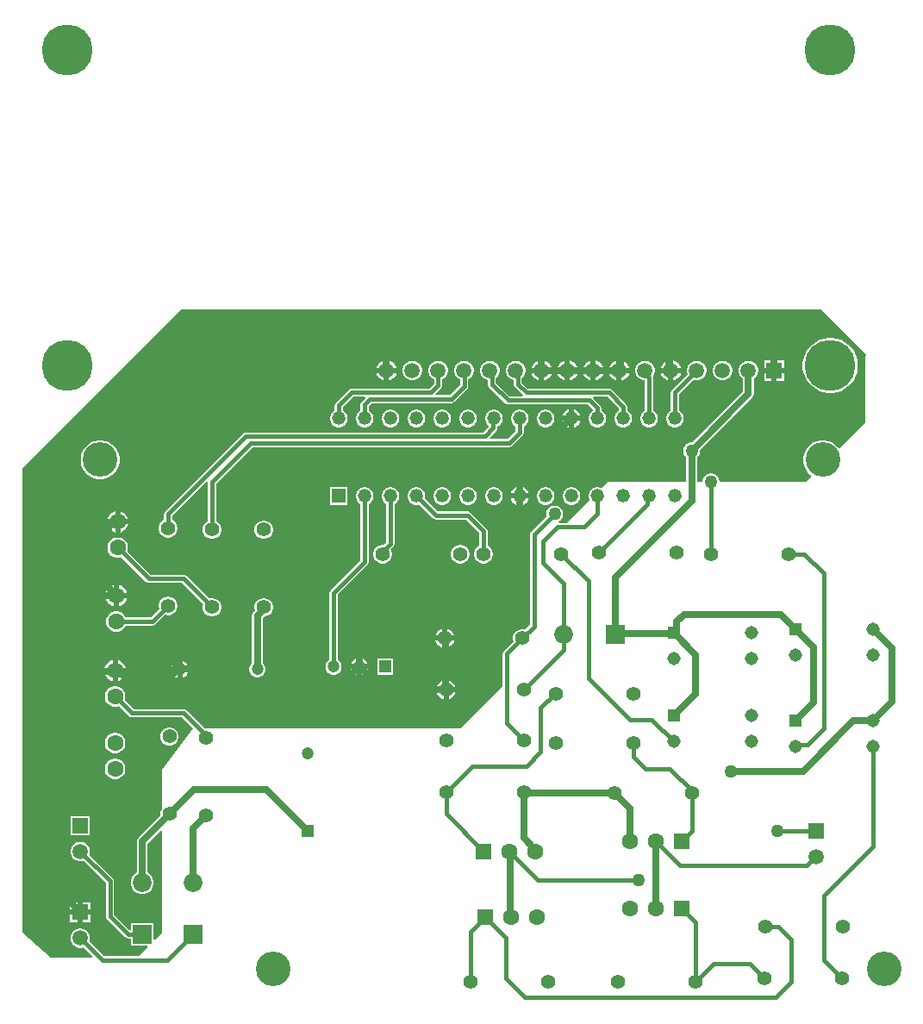
<source format=gbl>
G04*
G04 #@! TF.GenerationSoftware,Altium Limited,Altium Designer,21.6.1 (37)*
G04*
G04 Layer_Physical_Order=2*
G04 Layer_Color=16711680*
%FSLAX25Y25*%
%MOIN*%
G70*
G04*
G04 #@! TF.SameCoordinates,3883BF2F-BC99-4846-9409-8211DB2FD588*
G04*
G04*
G04 #@! TF.FilePolarity,Positive*
G04*
G01*
G75*
%ADD36C,0.02500*%
%ADD37C,0.01500*%
%ADD38C,0.05512*%
%ADD39C,0.13386*%
%ADD40R,0.07284X0.07284*%
%ADD41C,0.07284*%
%ADD42R,0.05906X0.05906*%
%ADD43C,0.05906*%
%ADD44C,0.06299*%
%ADD45C,0.05200*%
%ADD46R,0.05200X0.05200*%
%ADD47R,0.06299X0.06299*%
%ADD48C,0.06299*%
%ADD49C,0.05150*%
%ADD50R,0.05150X0.05150*%
%ADD51C,0.19685*%
%ADD52C,0.05937*%
%ADD53R,0.05937X0.05937*%
%ADD54R,0.04724X0.04724*%
%ADD55C,0.04724*%
%ADD56R,0.04724X0.04724*%
%ADD57R,0.07284X0.07284*%
%ADD58C,0.05000*%
G36*
X347500Y257000D02*
X347000Y256500D01*
Y231000D01*
X337121Y221121D01*
X336624Y221170D01*
X336529Y221312D01*
X335485Y222356D01*
X334258Y223176D01*
X332894Y223740D01*
X331447Y224028D01*
X329971D01*
X328523Y223740D01*
X327159Y223176D01*
X325932Y222356D01*
X324888Y221312D01*
X324068Y220085D01*
X323504Y218721D01*
X323216Y217273D01*
Y215797D01*
X323504Y214350D01*
X324068Y212986D01*
X324888Y211759D01*
X325932Y210715D01*
X326074Y210621D01*
X326123Y210123D01*
X324000Y208000D01*
X290800D01*
Y208435D01*
X290575Y209274D01*
X290141Y210026D01*
X289526Y210641D01*
X288774Y211075D01*
X287934Y211300D01*
X287066D01*
X286226Y211075D01*
X285474Y210641D01*
X284859Y210026D01*
X284425Y209274D01*
X284200Y208435D01*
Y208000D01*
X282090D01*
Y217423D01*
X282641Y217974D01*
X283075Y218726D01*
X283300Y219566D01*
Y220344D01*
X303462Y240506D01*
X303462Y240506D01*
X303915Y241184D01*
X304074Y241984D01*
Y247863D01*
X304298Y247992D01*
X305000Y248694D01*
X305496Y249553D01*
X305753Y250512D01*
Y251504D01*
X305496Y252463D01*
X305000Y253322D01*
X304298Y254023D01*
X303439Y254520D01*
X302480Y254776D01*
X301488D01*
X300530Y254520D01*
X299670Y254023D01*
X298969Y253322D01*
X298473Y252463D01*
X298216Y251504D01*
Y250512D01*
X298473Y249553D01*
X298969Y248694D01*
X299670Y247992D01*
X299894Y247863D01*
Y242850D01*
X280344Y223300D01*
X279566D01*
X278726Y223075D01*
X277974Y222641D01*
X277359Y222026D01*
X276925Y221274D01*
X276700Y220434D01*
Y219566D01*
X276925Y218726D01*
X277359Y217974D01*
X277910Y217423D01*
Y208000D01*
X247500D01*
X245038Y205538D01*
X244812Y205668D01*
X243948Y205900D01*
X243052D01*
X242188Y205668D01*
X241412Y205221D01*
X240779Y204588D01*
X240332Y203812D01*
X240100Y202948D01*
Y202052D01*
X240332Y201188D01*
X240462Y200962D01*
X231580Y192080D01*
X228677D01*
X228543Y192580D01*
X229026Y192859D01*
X229641Y193474D01*
X230075Y194226D01*
X230300Y195066D01*
Y195934D01*
X230075Y196774D01*
X229641Y197526D01*
X229026Y198141D01*
X228274Y198575D01*
X227434Y198800D01*
X226566D01*
X225726Y198575D01*
X224974Y198141D01*
X224359Y197526D01*
X223925Y196774D01*
X223700Y195934D01*
Y195066D01*
X223833Y194568D01*
X217882Y188618D01*
X217540Y188105D01*
X217420Y187500D01*
Y152655D01*
X215641Y150876D01*
X214968Y151056D01*
X214032D01*
X213127Y150814D01*
X212317Y150345D01*
X211655Y149683D01*
X211186Y148872D01*
X210944Y147968D01*
Y147032D01*
X211124Y146359D01*
X207382Y142617D01*
X207040Y142105D01*
X206920Y141500D01*
Y128920D01*
X190500Y112500D01*
X92677D01*
X92468Y112556D01*
X91679D01*
X84618Y119617D01*
X84105Y119960D01*
X83500Y120080D01*
X64155D01*
X60697Y123538D01*
X60950Y124480D01*
Y125520D01*
X60680Y126524D01*
X60160Y127425D01*
X59425Y128161D01*
X58525Y128680D01*
X57520Y128950D01*
X56480D01*
X55475Y128680D01*
X54575Y128161D01*
X53839Y127425D01*
X53320Y126524D01*
X53050Y125520D01*
Y124480D01*
X53320Y123476D01*
X53839Y122575D01*
X54575Y121839D01*
X55475Y121320D01*
X56480Y121050D01*
X57520D01*
X58462Y121303D01*
X62383Y117383D01*
X62895Y117040D01*
X63500Y116920D01*
X82845D01*
X87078Y112687D01*
X87000Y112500D01*
X75000Y96500D01*
Y81416D01*
X74686Y80872D01*
X74444Y79968D01*
Y79032D01*
X74472Y78928D01*
X66022Y70478D01*
X65569Y69800D01*
X65410Y69000D01*
X65410Y69000D01*
Y56922D01*
X64773Y56554D01*
X63946Y55727D01*
X63361Y54714D01*
X63058Y53585D01*
Y52415D01*
X63361Y51286D01*
X63946Y50273D01*
X64773Y49446D01*
X65786Y48861D01*
X66915Y48558D01*
X68085D01*
X69214Y48861D01*
X70227Y49446D01*
X71054Y50273D01*
X71639Y51286D01*
X71942Y52415D01*
Y53585D01*
X71639Y54714D01*
X71054Y55727D01*
X70227Y56554D01*
X69590Y56922D01*
Y68134D01*
X74538Y73082D01*
X75000Y72891D01*
Y33500D01*
X72404Y30904D01*
X71942Y31095D01*
Y37442D01*
X63058D01*
Y34813D01*
X62558Y34677D01*
X56580Y40655D01*
Y53500D01*
X56460Y54105D01*
X56117Y54618D01*
X47036Y63699D01*
X47253Y64506D01*
Y65494D01*
X46997Y66448D01*
X46503Y67304D01*
X45804Y68003D01*
X44949Y68497D01*
X43994Y68753D01*
X43006D01*
X42052Y68497D01*
X41196Y68003D01*
X40497Y67304D01*
X40003Y66448D01*
X39747Y65494D01*
Y64506D01*
X40003Y63551D01*
X40497Y62696D01*
X41196Y61997D01*
X42052Y61503D01*
X43006Y61247D01*
X43994D01*
X44801Y61464D01*
X53420Y52845D01*
Y40000D01*
X53540Y39395D01*
X53882Y38882D01*
X60883Y31883D01*
X61395Y31540D01*
X62000Y31420D01*
X63058D01*
Y28558D01*
X69405D01*
X69596Y28096D01*
X66080Y24580D01*
X52655D01*
X47036Y30199D01*
X47253Y31006D01*
Y31994D01*
X46997Y32948D01*
X46503Y33804D01*
X45804Y34503D01*
X44949Y34997D01*
X43994Y35253D01*
X43006D01*
X42052Y34997D01*
X41196Y34503D01*
X40497Y33804D01*
X40003Y32948D01*
X39747Y31994D01*
Y31006D01*
X40003Y30051D01*
X40497Y29196D01*
X41196Y28497D01*
X42052Y28003D01*
X43006Y27747D01*
X43994D01*
X44801Y27964D01*
X48303Y24462D01*
X48112Y24000D01*
X32000D01*
X21000Y33500D01*
Y213000D01*
X82500Y274500D01*
X330000D01*
X347500Y257000D01*
D02*
G37*
%LPC*%
G36*
X272984Y254848D02*
Y252008D01*
X275825D01*
X275682Y252540D01*
X275160Y253445D01*
X274421Y254184D01*
X273516Y254706D01*
X272984Y254848D01*
D02*
G37*
G36*
X252984D02*
Y252008D01*
X255825D01*
X255682Y252540D01*
X255160Y253445D01*
X254421Y254184D01*
X253516Y254706D01*
X252984Y254848D01*
D02*
G37*
G36*
X242984D02*
Y252008D01*
X245825D01*
X245682Y252540D01*
X245160Y253445D01*
X244421Y254184D01*
X243516Y254706D01*
X242984Y254848D01*
D02*
G37*
G36*
X162984D02*
Y252008D01*
X165825D01*
X165682Y252540D01*
X165160Y253445D01*
X164421Y254184D01*
X163516Y254706D01*
X162984Y254848D01*
D02*
G37*
G36*
X315953Y254976D02*
X312984D01*
Y252008D01*
X315953D01*
Y254976D01*
D02*
G37*
G36*
X232984Y254848D02*
Y252008D01*
X235825D01*
X235682Y252540D01*
X235160Y253445D01*
X234421Y254184D01*
X233516Y254706D01*
X232984Y254848D01*
D02*
G37*
G36*
X222984D02*
Y252008D01*
X225825D01*
X225682Y252540D01*
X225160Y253445D01*
X224421Y254184D01*
X223516Y254706D01*
X222984Y254848D01*
D02*
G37*
G36*
X270984Y254848D02*
X270452Y254706D01*
X269548Y254184D01*
X268809Y253445D01*
X268286Y252540D01*
X268144Y252008D01*
X270984D01*
Y254848D01*
D02*
G37*
G36*
X250984D02*
X250452Y254706D01*
X249548Y254184D01*
X248809Y253445D01*
X248286Y252540D01*
X248144Y252008D01*
X250984D01*
Y254848D01*
D02*
G37*
G36*
X240984D02*
X240453Y254706D01*
X239547Y254184D01*
X238809Y253445D01*
X238286Y252540D01*
X238144Y252008D01*
X240984D01*
Y254848D01*
D02*
G37*
G36*
X160984D02*
X160452Y254706D01*
X159547Y254184D01*
X158809Y253445D01*
X158286Y252540D01*
X158144Y252008D01*
X160984D01*
Y254848D01*
D02*
G37*
G36*
X230984D02*
X230452Y254706D01*
X229548Y254184D01*
X228809Y253445D01*
X228286Y252540D01*
X228144Y252008D01*
X230984D01*
Y254848D01*
D02*
G37*
G36*
X220984D02*
X220452Y254706D01*
X219548Y254184D01*
X218809Y253445D01*
X218286Y252540D01*
X218144Y252008D01*
X220984D01*
Y254848D01*
D02*
G37*
G36*
X310984Y254976D02*
X308016D01*
Y252008D01*
X310984D01*
Y254976D01*
D02*
G37*
G36*
X292480Y254776D02*
X291488D01*
X290530Y254520D01*
X289670Y254023D01*
X288969Y253322D01*
X288473Y252463D01*
X288216Y251504D01*
Y250512D01*
X288473Y249553D01*
X288969Y248694D01*
X289670Y247992D01*
X290530Y247496D01*
X291488Y247239D01*
X292480D01*
X293439Y247496D01*
X294298Y247992D01*
X295000Y248694D01*
X295496Y249553D01*
X295753Y250512D01*
Y251504D01*
X295496Y252463D01*
X295000Y253322D01*
X294298Y254023D01*
X293439Y254520D01*
X292480Y254776D01*
D02*
G37*
G36*
X282480D02*
X281488D01*
X280530Y254520D01*
X279670Y254023D01*
X278969Y253322D01*
X278473Y252463D01*
X278216Y251504D01*
Y250512D01*
X278435Y249694D01*
X272382Y243641D01*
X272040Y243128D01*
X271920Y242524D01*
Y235514D01*
X271412Y235221D01*
X270779Y234588D01*
X270332Y233812D01*
X270100Y232948D01*
Y232052D01*
X270332Y231188D01*
X270779Y230412D01*
X271412Y229779D01*
X272188Y229332D01*
X273052Y229100D01*
X273948D01*
X274812Y229332D01*
X275588Y229779D01*
X276221Y230412D01*
X276668Y231188D01*
X276900Y232052D01*
Y232948D01*
X276668Y233812D01*
X276221Y234588D01*
X275588Y235221D01*
X275080Y235514D01*
Y241869D01*
X280670Y247459D01*
X281488Y247239D01*
X282480D01*
X283439Y247496D01*
X284298Y247992D01*
X285000Y248694D01*
X285496Y249553D01*
X285753Y250512D01*
Y251504D01*
X285496Y252463D01*
X285000Y253322D01*
X284298Y254023D01*
X283439Y254520D01*
X282480Y254776D01*
D02*
G37*
G36*
X172480D02*
X171488D01*
X170530Y254520D01*
X169670Y254023D01*
X168969Y253322D01*
X168473Y252463D01*
X168216Y251504D01*
Y250512D01*
X168473Y249553D01*
X168969Y248694D01*
X169670Y247992D01*
X170530Y247496D01*
X171488Y247239D01*
X172480D01*
X173439Y247496D01*
X174298Y247992D01*
X175000Y248694D01*
X175496Y249553D01*
X175753Y250512D01*
Y251504D01*
X175496Y252463D01*
X175000Y253322D01*
X174298Y254023D01*
X173439Y254520D01*
X172480Y254776D01*
D02*
G37*
G36*
X270984Y250008D02*
X268144D01*
X268286Y249476D01*
X268809Y248571D01*
X269548Y247832D01*
X270452Y247310D01*
X270984Y247167D01*
Y250008D01*
D02*
G37*
G36*
X250984D02*
X248144D01*
X248286Y249476D01*
X248809Y248571D01*
X249548Y247832D01*
X250452Y247310D01*
X250984Y247167D01*
Y250008D01*
D02*
G37*
G36*
X240984D02*
X238144D01*
X238286Y249476D01*
X238809Y248571D01*
X239547Y247832D01*
X240453Y247310D01*
X240984Y247167D01*
Y250008D01*
D02*
G37*
G36*
X230984D02*
X228144D01*
X228286Y249476D01*
X228809Y248571D01*
X229548Y247832D01*
X230452Y247310D01*
X230984Y247167D01*
Y250008D01*
D02*
G37*
G36*
X220984D02*
X218144D01*
X218286Y249476D01*
X218809Y248571D01*
X219548Y247832D01*
X220452Y247310D01*
X220984Y247167D01*
Y250008D01*
D02*
G37*
G36*
X160984D02*
X158144D01*
X158286Y249476D01*
X158809Y248571D01*
X159547Y247832D01*
X160452Y247310D01*
X160984Y247167D01*
Y250008D01*
D02*
G37*
G36*
X275825D02*
X272984D01*
Y247167D01*
X273516Y247310D01*
X274421Y247832D01*
X275160Y248571D01*
X275682Y249476D01*
X275825Y250008D01*
D02*
G37*
G36*
X255825D02*
X252984D01*
Y247167D01*
X253516Y247310D01*
X254421Y247832D01*
X255160Y248571D01*
X255682Y249476D01*
X255825Y250008D01*
D02*
G37*
G36*
X245825D02*
X242984D01*
Y247167D01*
X243516Y247310D01*
X244421Y247832D01*
X245160Y248571D01*
X245682Y249476D01*
X245825Y250008D01*
D02*
G37*
G36*
X235825D02*
X232984D01*
Y247167D01*
X233516Y247310D01*
X234421Y247832D01*
X235160Y248571D01*
X235682Y249476D01*
X235825Y250008D01*
D02*
G37*
G36*
X225825D02*
X222984D01*
Y247167D01*
X223516Y247310D01*
X224421Y247832D01*
X225160Y248571D01*
X225682Y249476D01*
X225825Y250008D01*
D02*
G37*
G36*
X165825D02*
X162984D01*
Y247167D01*
X163516Y247310D01*
X164421Y247832D01*
X165160Y248571D01*
X165682Y249476D01*
X165825Y250008D01*
D02*
G37*
G36*
X315953D02*
X312984D01*
Y247039D01*
X315953D01*
Y250008D01*
D02*
G37*
G36*
X310984D02*
X308016D01*
Y247039D01*
X310984D01*
Y250008D01*
D02*
G37*
G36*
X334475Y263619D02*
X332800D01*
X331146Y263357D01*
X329553Y262839D01*
X328060Y262079D01*
X326705Y261094D01*
X325520Y259910D01*
X324535Y258554D01*
X323775Y257062D01*
X323257Y255469D01*
X322995Y253814D01*
Y252139D01*
X323257Y250484D01*
X323775Y248891D01*
X324535Y247398D01*
X325520Y246043D01*
X326705Y244859D01*
X328060Y243874D01*
X329553Y243114D01*
X331146Y242596D01*
X332800Y242334D01*
X334475D01*
X336130Y242596D01*
X337723Y243114D01*
X339216Y243874D01*
X340571Y244859D01*
X341756Y246043D01*
X342740Y247398D01*
X343501Y248891D01*
X344018Y250484D01*
X344280Y252139D01*
Y253814D01*
X344018Y255469D01*
X343501Y257062D01*
X342740Y258554D01*
X341756Y259910D01*
X340571Y261094D01*
X339216Y262079D01*
X337723Y262839D01*
X336130Y263357D01*
X334475Y263619D01*
D02*
G37*
G36*
X192480Y254776D02*
X191488D01*
X190530Y254520D01*
X189670Y254023D01*
X188969Y253322D01*
X188473Y252463D01*
X188216Y251504D01*
Y250512D01*
X188473Y249553D01*
X188969Y248694D01*
X189670Y247992D01*
X190420Y247560D01*
Y245655D01*
X186345Y241580D01*
X180969D01*
X180777Y242042D01*
X183102Y244367D01*
X183444Y244880D01*
X183565Y245484D01*
Y247569D01*
X184298Y247992D01*
X185000Y248694D01*
X185496Y249553D01*
X185753Y250512D01*
Y251504D01*
X185496Y252463D01*
X185000Y253322D01*
X184298Y254023D01*
X183439Y254520D01*
X182480Y254776D01*
X181488D01*
X180530Y254520D01*
X179670Y254023D01*
X178969Y253322D01*
X178473Y252463D01*
X178216Y251504D01*
Y250512D01*
X178473Y249553D01*
X178969Y248694D01*
X179670Y247992D01*
X180404Y247569D01*
Y246139D01*
X178345Y244080D01*
X148500D01*
X147895Y243960D01*
X147382Y243618D01*
X142383Y238617D01*
X142040Y238105D01*
X141920Y237500D01*
Y235514D01*
X141412Y235221D01*
X140779Y234588D01*
X140332Y233812D01*
X140100Y232948D01*
Y232052D01*
X140332Y231188D01*
X140779Y230412D01*
X141412Y229779D01*
X142188Y229332D01*
X143052Y229100D01*
X143948D01*
X144812Y229332D01*
X145588Y229779D01*
X146221Y230412D01*
X146668Y231188D01*
X146900Y232052D01*
Y232948D01*
X146668Y233812D01*
X146221Y234588D01*
X145588Y235221D01*
X145080Y235514D01*
Y236845D01*
X149155Y240920D01*
X153531D01*
X153723Y240458D01*
X152383Y239118D01*
X152040Y238605D01*
X151920Y238000D01*
Y235514D01*
X151412Y235221D01*
X150779Y234588D01*
X150332Y233812D01*
X150100Y232948D01*
Y232052D01*
X150332Y231188D01*
X150779Y230412D01*
X151412Y229779D01*
X152188Y229332D01*
X153052Y229100D01*
X153948D01*
X154812Y229332D01*
X155588Y229779D01*
X156221Y230412D01*
X156668Y231188D01*
X156900Y232052D01*
Y232948D01*
X156668Y233812D01*
X156221Y234588D01*
X155588Y235221D01*
X155080Y235514D01*
Y237345D01*
X156155Y238420D01*
X187000D01*
X187605Y238540D01*
X188118Y238882D01*
X193117Y243882D01*
X193460Y244395D01*
X193580Y245000D01*
Y247578D01*
X194298Y247992D01*
X195000Y248694D01*
X195496Y249553D01*
X195753Y250512D01*
Y251504D01*
X195496Y252463D01*
X195000Y253322D01*
X194298Y254023D01*
X193439Y254520D01*
X192480Y254776D01*
D02*
G37*
G36*
X212480D02*
X211488D01*
X210530Y254520D01*
X209670Y254023D01*
X208969Y253322D01*
X208473Y252463D01*
X208216Y251504D01*
Y250512D01*
X208473Y249553D01*
X208969Y248694D01*
X209670Y247992D01*
X210530Y247496D01*
X211130Y247335D01*
Y245789D01*
X211251Y245185D01*
X211593Y244672D01*
X214685Y241580D01*
X214477Y241080D01*
X209655D01*
X204291Y246444D01*
Y247988D01*
X204298Y247992D01*
X205000Y248694D01*
X205496Y249553D01*
X205753Y250512D01*
Y251504D01*
X205496Y252463D01*
X205000Y253322D01*
X204298Y254023D01*
X203439Y254520D01*
X202480Y254776D01*
X201488D01*
X200530Y254520D01*
X199670Y254023D01*
X198969Y253322D01*
X198473Y252463D01*
X198216Y251504D01*
Y250512D01*
X198473Y249553D01*
X198969Y248694D01*
X199670Y247992D01*
X200530Y247496D01*
X201130Y247335D01*
Y245789D01*
X201251Y245185D01*
X201593Y244672D01*
X207882Y238383D01*
X208395Y238040D01*
X209000Y237920D01*
X239845D01*
X241801Y235964D01*
X241750Y235416D01*
X241412Y235221D01*
X240779Y234588D01*
X240332Y233812D01*
X240100Y232948D01*
Y232052D01*
X240332Y231188D01*
X240779Y230412D01*
X241412Y229779D01*
X242188Y229332D01*
X243052Y229100D01*
X243948D01*
X244812Y229332D01*
X245588Y229779D01*
X246221Y230412D01*
X246668Y231188D01*
X246900Y232052D01*
Y232948D01*
X246668Y233812D01*
X246221Y234588D01*
X245588Y235221D01*
X245080Y235514D01*
Y236500D01*
X244960Y237105D01*
X244618Y237617D01*
X241815Y240420D01*
X242022Y240920D01*
X247345D01*
X251920Y236345D01*
Y235514D01*
X251412Y235221D01*
X250779Y234588D01*
X250332Y233812D01*
X250100Y232948D01*
Y232052D01*
X250332Y231188D01*
X250779Y230412D01*
X251412Y229779D01*
X252188Y229332D01*
X253052Y229100D01*
X253948D01*
X254812Y229332D01*
X255588Y229779D01*
X256221Y230412D01*
X256668Y231188D01*
X256900Y232052D01*
Y232948D01*
X256668Y233812D01*
X256221Y234588D01*
X255588Y235221D01*
X255080Y235514D01*
Y237000D01*
X254960Y237605D01*
X254618Y238118D01*
X249117Y243618D01*
X248605Y243960D01*
X248000Y244080D01*
X216655D01*
X214291Y246444D01*
Y247988D01*
X214298Y247992D01*
X215000Y248694D01*
X215496Y249553D01*
X215753Y250512D01*
Y251504D01*
X215496Y252463D01*
X215000Y253322D01*
X214298Y254023D01*
X213439Y254520D01*
X212480Y254776D01*
D02*
G37*
G36*
X234500Y235959D02*
Y233500D01*
X236959D01*
X236855Y233890D01*
X236381Y234710D01*
X235710Y235381D01*
X234890Y235855D01*
X234500Y235959D01*
D02*
G37*
G36*
X232500D02*
X232110Y235855D01*
X231290Y235381D01*
X230619Y234710D01*
X230145Y233890D01*
X230041Y233500D01*
X232500D01*
Y235959D01*
D02*
G37*
G36*
X262480Y254776D02*
X261488D01*
X260530Y254520D01*
X259670Y254023D01*
X258969Y253322D01*
X258473Y252463D01*
X258216Y251504D01*
Y250512D01*
X258473Y249553D01*
X258969Y248694D01*
X259670Y247992D01*
X260530Y247496D01*
X261488Y247239D01*
X261920D01*
Y235514D01*
X261412Y235221D01*
X260779Y234588D01*
X260332Y233812D01*
X260100Y232948D01*
Y232052D01*
X260332Y231188D01*
X260779Y230412D01*
X261412Y229779D01*
X262188Y229332D01*
X263052Y229100D01*
X263948D01*
X264812Y229332D01*
X265588Y229779D01*
X266221Y230412D01*
X266668Y231188D01*
X266900Y232052D01*
Y232948D01*
X266668Y233812D01*
X266221Y234588D01*
X265588Y235221D01*
X265080Y235514D01*
Y248291D01*
X265000Y248695D01*
X265496Y249553D01*
X265753Y250512D01*
Y251504D01*
X265496Y252463D01*
X265000Y253322D01*
X264298Y254023D01*
X263439Y254520D01*
X262480Y254776D01*
D02*
G37*
G36*
X223948Y235900D02*
X223052D01*
X222188Y235668D01*
X221412Y235221D01*
X220779Y234588D01*
X220332Y233812D01*
X220100Y232948D01*
Y232052D01*
X220332Y231188D01*
X220779Y230412D01*
X221412Y229779D01*
X222188Y229332D01*
X223052Y229100D01*
X223948D01*
X224812Y229332D01*
X225588Y229779D01*
X226221Y230412D01*
X226668Y231188D01*
X226900Y232052D01*
Y232948D01*
X226668Y233812D01*
X226221Y234588D01*
X225588Y235221D01*
X224812Y235668D01*
X223948Y235900D01*
D02*
G37*
G36*
X193948D02*
X193052D01*
X192188Y235668D01*
X191412Y235221D01*
X190779Y234588D01*
X190332Y233812D01*
X190100Y232948D01*
Y232052D01*
X190332Y231188D01*
X190779Y230412D01*
X191412Y229779D01*
X192188Y229332D01*
X193052Y229100D01*
X193948D01*
X194812Y229332D01*
X195588Y229779D01*
X196221Y230412D01*
X196668Y231188D01*
X196900Y232052D01*
Y232948D01*
X196668Y233812D01*
X196221Y234588D01*
X195588Y235221D01*
X194812Y235668D01*
X193948Y235900D01*
D02*
G37*
G36*
X183948D02*
X183052D01*
X182188Y235668D01*
X181412Y235221D01*
X180779Y234588D01*
X180332Y233812D01*
X180100Y232948D01*
Y232052D01*
X180332Y231188D01*
X180779Y230412D01*
X181412Y229779D01*
X182188Y229332D01*
X183052Y229100D01*
X183948D01*
X184812Y229332D01*
X185588Y229779D01*
X186221Y230412D01*
X186668Y231188D01*
X186900Y232052D01*
Y232948D01*
X186668Y233812D01*
X186221Y234588D01*
X185588Y235221D01*
X184812Y235668D01*
X183948Y235900D01*
D02*
G37*
G36*
X173948D02*
X173052D01*
X172188Y235668D01*
X171412Y235221D01*
X170779Y234588D01*
X170332Y233812D01*
X170100Y232948D01*
Y232052D01*
X170332Y231188D01*
X170779Y230412D01*
X171412Y229779D01*
X172188Y229332D01*
X173052Y229100D01*
X173948D01*
X174812Y229332D01*
X175588Y229779D01*
X176221Y230412D01*
X176668Y231188D01*
X176900Y232052D01*
Y232948D01*
X176668Y233812D01*
X176221Y234588D01*
X175588Y235221D01*
X174812Y235668D01*
X173948Y235900D01*
D02*
G37*
G36*
X163948D02*
X163052D01*
X162188Y235668D01*
X161412Y235221D01*
X160779Y234588D01*
X160332Y233812D01*
X160100Y232948D01*
Y232052D01*
X160332Y231188D01*
X160779Y230412D01*
X161412Y229779D01*
X162188Y229332D01*
X163052Y229100D01*
X163948D01*
X164812Y229332D01*
X165588Y229779D01*
X166221Y230412D01*
X166668Y231188D01*
X166900Y232052D01*
Y232948D01*
X166668Y233812D01*
X166221Y234588D01*
X165588Y235221D01*
X164812Y235668D01*
X163948Y235900D01*
D02*
G37*
G36*
X236959Y231500D02*
X234500D01*
Y229041D01*
X234890Y229145D01*
X235710Y229619D01*
X236381Y230290D01*
X236855Y231110D01*
X236959Y231500D01*
D02*
G37*
G36*
X232500D02*
X230041D01*
X230145Y231110D01*
X230619Y230290D01*
X231290Y229619D01*
X232110Y229145D01*
X232500Y229041D01*
Y231500D01*
D02*
G37*
G36*
X213948Y235900D02*
X213052D01*
X212188Y235668D01*
X211412Y235221D01*
X210779Y234588D01*
X210332Y233812D01*
X210100Y232948D01*
Y232052D01*
X210332Y231188D01*
X210779Y230412D01*
X211412Y229779D01*
X211920Y229486D01*
Y227655D01*
X208845Y224580D01*
X201969D01*
X201777Y225042D01*
X204438Y227703D01*
X204781Y228216D01*
X204901Y228820D01*
Y229383D01*
X205588Y229779D01*
X206221Y230412D01*
X206668Y231188D01*
X206900Y232052D01*
Y232948D01*
X206668Y233812D01*
X206221Y234588D01*
X205588Y235221D01*
X204812Y235668D01*
X203948Y235900D01*
X203052D01*
X202188Y235668D01*
X201412Y235221D01*
X200779Y234588D01*
X200332Y233812D01*
X200100Y232948D01*
Y232052D01*
X200332Y231188D01*
X200779Y230412D01*
X201412Y229779D01*
X201447Y229182D01*
X199345Y227080D01*
X107500D01*
X106895Y226960D01*
X106383Y226618D01*
X76382Y196617D01*
X76040Y196105D01*
X75920Y195500D01*
Y193194D01*
X75317Y192845D01*
X74655Y192183D01*
X74186Y191373D01*
X73944Y190468D01*
Y189532D01*
X74186Y188628D01*
X74655Y187817D01*
X75317Y187155D01*
X76127Y186686D01*
X77032Y186444D01*
X77968D01*
X78873Y186686D01*
X79683Y187155D01*
X80345Y187817D01*
X80814Y188628D01*
X81056Y189532D01*
Y190468D01*
X80814Y191373D01*
X80345Y192183D01*
X79683Y192845D01*
X79080Y193194D01*
Y194845D01*
X92453Y208218D01*
X92869Y208024D01*
X92920Y207978D01*
Y192694D01*
X92317Y192345D01*
X91655Y191683D01*
X91186Y190873D01*
X90944Y189968D01*
Y189032D01*
X91186Y188128D01*
X91655Y187317D01*
X92317Y186655D01*
X93128Y186186D01*
X94032Y185944D01*
X94968D01*
X95872Y186186D01*
X96683Y186655D01*
X97345Y187317D01*
X97814Y188128D01*
X98056Y189032D01*
Y189968D01*
X97814Y190873D01*
X97345Y191683D01*
X96683Y192345D01*
X96080Y192694D01*
Y207345D01*
X110155Y221420D01*
X209500D01*
X210105Y221540D01*
X210617Y221883D01*
X214617Y225883D01*
X214960Y226395D01*
X215080Y227000D01*
Y229486D01*
X215588Y229779D01*
X216221Y230412D01*
X216668Y231188D01*
X216900Y232052D01*
Y232948D01*
X216668Y233812D01*
X216221Y234588D01*
X215588Y235221D01*
X214812Y235668D01*
X213948Y235900D01*
D02*
G37*
G36*
X51919Y224028D02*
X50443D01*
X48996Y223740D01*
X47632Y223176D01*
X46405Y222356D01*
X45361Y221312D01*
X44541Y220085D01*
X43976Y218721D01*
X43688Y217273D01*
Y215797D01*
X43976Y214350D01*
X44541Y212986D01*
X45361Y211759D01*
X46405Y210715D01*
X47632Y209895D01*
X48996Y209331D01*
X50443Y209043D01*
X51919D01*
X53367Y209331D01*
X54730Y209895D01*
X55958Y210715D01*
X57001Y211759D01*
X57821Y212986D01*
X58386Y214350D01*
X58674Y215797D01*
Y217273D01*
X58386Y218721D01*
X57821Y220085D01*
X57001Y221312D01*
X55958Y222356D01*
X54730Y223176D01*
X53367Y223740D01*
X51919Y224028D01*
D02*
G37*
G36*
X214500Y205959D02*
Y203500D01*
X216959D01*
X216855Y203890D01*
X216381Y204710D01*
X215710Y205381D01*
X214890Y205855D01*
X214500Y205959D01*
D02*
G37*
G36*
X212500D02*
X212110Y205855D01*
X211290Y205381D01*
X210619Y204710D01*
X210145Y203890D01*
X210041Y203500D01*
X212500D01*
Y205959D01*
D02*
G37*
G36*
X233948Y205900D02*
X233052D01*
X232188Y205668D01*
X231412Y205221D01*
X230779Y204588D01*
X230332Y203812D01*
X230100Y202948D01*
Y202052D01*
X230332Y201188D01*
X230779Y200412D01*
X231412Y199779D01*
X232188Y199332D01*
X233052Y199100D01*
X233948D01*
X234812Y199332D01*
X235588Y199779D01*
X236221Y200412D01*
X236668Y201188D01*
X236900Y202052D01*
Y202948D01*
X236668Y203812D01*
X236221Y204588D01*
X235588Y205221D01*
X234812Y205668D01*
X233948Y205900D01*
D02*
G37*
G36*
X223948D02*
X223052D01*
X222188Y205668D01*
X221412Y205221D01*
X220779Y204588D01*
X220332Y203812D01*
X220100Y202948D01*
Y202052D01*
X220332Y201188D01*
X220779Y200412D01*
X221412Y199779D01*
X222188Y199332D01*
X223052Y199100D01*
X223948D01*
X224812Y199332D01*
X225588Y199779D01*
X226221Y200412D01*
X226668Y201188D01*
X226900Y202052D01*
Y202948D01*
X226668Y203812D01*
X226221Y204588D01*
X225588Y205221D01*
X224812Y205668D01*
X223948Y205900D01*
D02*
G37*
G36*
X203948D02*
X203052D01*
X202188Y205668D01*
X201412Y205221D01*
X200779Y204588D01*
X200332Y203812D01*
X200100Y202948D01*
Y202052D01*
X200332Y201188D01*
X200779Y200412D01*
X201412Y199779D01*
X202188Y199332D01*
X203052Y199100D01*
X203948D01*
X204812Y199332D01*
X205588Y199779D01*
X206221Y200412D01*
X206668Y201188D01*
X206900Y202052D01*
Y202948D01*
X206668Y203812D01*
X206221Y204588D01*
X205588Y205221D01*
X204812Y205668D01*
X203948Y205900D01*
D02*
G37*
G36*
X193948D02*
X193052D01*
X192188Y205668D01*
X191412Y205221D01*
X190779Y204588D01*
X190332Y203812D01*
X190100Y202948D01*
Y202052D01*
X190332Y201188D01*
X190779Y200412D01*
X191412Y199779D01*
X192188Y199332D01*
X193052Y199100D01*
X193948D01*
X194812Y199332D01*
X195588Y199779D01*
X196221Y200412D01*
X196668Y201188D01*
X196900Y202052D01*
Y202948D01*
X196668Y203812D01*
X196221Y204588D01*
X195588Y205221D01*
X194812Y205668D01*
X193948Y205900D01*
D02*
G37*
G36*
X183948D02*
X183052D01*
X182188Y205668D01*
X181412Y205221D01*
X180779Y204588D01*
X180332Y203812D01*
X180100Y202948D01*
Y202052D01*
X180332Y201188D01*
X180779Y200412D01*
X181412Y199779D01*
X182188Y199332D01*
X183052Y199100D01*
X183948D01*
X184812Y199332D01*
X185588Y199779D01*
X186221Y200412D01*
X186668Y201188D01*
X186900Y202052D01*
Y202948D01*
X186668Y203812D01*
X186221Y204588D01*
X185588Y205221D01*
X184812Y205668D01*
X183948Y205900D01*
D02*
G37*
G36*
X146900D02*
X140100D01*
Y199100D01*
X146900D01*
Y205900D01*
D02*
G37*
G36*
X216959Y201500D02*
X214500D01*
Y199041D01*
X214890Y199145D01*
X215710Y199619D01*
X216381Y200290D01*
X216855Y201110D01*
X216959Y201500D01*
D02*
G37*
G36*
X212500D02*
X210041D01*
X210145Y201110D01*
X210619Y200290D01*
X211290Y199619D01*
X212110Y199145D01*
X212500Y199041D01*
Y201500D01*
D02*
G37*
G36*
X59000Y196528D02*
Y193500D01*
X62028D01*
X61867Y194102D01*
X61321Y195048D01*
X60548Y195820D01*
X59602Y196367D01*
X59000Y196528D01*
D02*
G37*
G36*
X57000D02*
X56398Y196367D01*
X55452Y195820D01*
X54680Y195048D01*
X54133Y194102D01*
X53972Y193500D01*
X57000D01*
Y196528D01*
D02*
G37*
G36*
X62028Y191500D02*
X59000D01*
Y188472D01*
X59602Y188633D01*
X60548Y189180D01*
X61321Y189952D01*
X61867Y190898D01*
X62028Y191500D01*
D02*
G37*
G36*
X57000D02*
X53972D01*
X54133Y190898D01*
X54680Y189952D01*
X55452Y189180D01*
X56398Y188633D01*
X57000Y188472D01*
Y191500D01*
D02*
G37*
G36*
X114968Y193056D02*
X114032D01*
X113128Y192814D01*
X112317Y192345D01*
X111655Y191683D01*
X111186Y190873D01*
X110944Y189968D01*
Y189032D01*
X111186Y188128D01*
X111655Y187317D01*
X112317Y186655D01*
X113128Y186186D01*
X114032Y185944D01*
X114968D01*
X115873Y186186D01*
X116683Y186655D01*
X117345Y187317D01*
X117814Y188128D01*
X118056Y189032D01*
Y189968D01*
X117814Y190873D01*
X117345Y191683D01*
X116683Y192345D01*
X115873Y192814D01*
X114968Y193056D01*
D02*
G37*
G36*
X173948Y205900D02*
X173052D01*
X172188Y205668D01*
X171412Y205221D01*
X170779Y204588D01*
X170332Y203812D01*
X170100Y202948D01*
Y202052D01*
X170332Y201188D01*
X170779Y200412D01*
X171412Y199779D01*
X172188Y199332D01*
X173052Y199100D01*
X173948D01*
X174513Y199252D01*
X179883Y193883D01*
X180395Y193540D01*
X181000Y193420D01*
X192845D01*
X197920Y188345D01*
Y183194D01*
X197317Y182845D01*
X196655Y182183D01*
X196186Y181372D01*
X195944Y180468D01*
Y179532D01*
X196186Y178628D01*
X196655Y177817D01*
X197317Y177155D01*
X198127Y176686D01*
X199032Y176444D01*
X199968D01*
X200872Y176686D01*
X201683Y177155D01*
X202345Y177817D01*
X202814Y178628D01*
X203056Y179532D01*
Y180468D01*
X202814Y181372D01*
X202345Y182183D01*
X201683Y182845D01*
X201080Y183194D01*
Y189000D01*
X200960Y189605D01*
X200618Y190118D01*
X194617Y196117D01*
X194105Y196460D01*
X193500Y196580D01*
X181655D01*
X176748Y201487D01*
X176900Y202052D01*
Y202948D01*
X176668Y203812D01*
X176221Y204588D01*
X175588Y205221D01*
X174812Y205668D01*
X173948Y205900D01*
D02*
G37*
G36*
X190968Y183556D02*
X190032D01*
X189128Y183314D01*
X188317Y182845D01*
X187655Y182183D01*
X187186Y181372D01*
X186944Y180468D01*
Y179532D01*
X187186Y178628D01*
X187655Y177817D01*
X188317Y177155D01*
X189128Y176686D01*
X190032Y176444D01*
X190968D01*
X191873Y176686D01*
X192683Y177155D01*
X193345Y177817D01*
X193814Y178628D01*
X194056Y179532D01*
Y180468D01*
X193814Y181372D01*
X193345Y182183D01*
X192683Y182845D01*
X191873Y183314D01*
X190968Y183556D01*
D02*
G37*
G36*
X163948Y205900D02*
X163052D01*
X162188Y205668D01*
X161412Y205221D01*
X160779Y204588D01*
X160332Y203812D01*
X160100Y202948D01*
Y202052D01*
X160332Y201188D01*
X160779Y200412D01*
X161412Y199779D01*
X161920Y199486D01*
Y184734D01*
X160741Y183556D01*
X160032D01*
X159127Y183314D01*
X158317Y182845D01*
X157655Y182183D01*
X157186Y181372D01*
X156944Y180468D01*
Y179532D01*
X157186Y178628D01*
X157655Y177817D01*
X158317Y177155D01*
X159127Y176686D01*
X160032Y176444D01*
X160968D01*
X161872Y176686D01*
X162683Y177155D01*
X163345Y177817D01*
X163814Y178628D01*
X164056Y179532D01*
Y180468D01*
X163814Y181372D01*
X163526Y181870D01*
X164618Y182962D01*
X164960Y183475D01*
X165080Y184079D01*
Y199486D01*
X165588Y199779D01*
X166221Y200412D01*
X166668Y201188D01*
X166900Y202052D01*
Y202948D01*
X166668Y203812D01*
X166221Y204588D01*
X165588Y205221D01*
X164812Y205668D01*
X163948Y205900D01*
D02*
G37*
G36*
X58500Y168028D02*
Y165000D01*
X61528D01*
X61367Y165602D01*
X60821Y166548D01*
X60048Y167321D01*
X59102Y167867D01*
X58500Y168028D01*
D02*
G37*
G36*
X56500D02*
X55898Y167867D01*
X54952Y167321D01*
X54180Y166548D01*
X53633Y165602D01*
X53472Y165000D01*
X56500D01*
Y168028D01*
D02*
G37*
G36*
X61528Y163000D02*
X58500D01*
Y159972D01*
X59102Y160133D01*
X60048Y160679D01*
X60821Y161452D01*
X61367Y162398D01*
X61528Y163000D01*
D02*
G37*
G36*
X56500D02*
X53472D01*
X53633Y162398D01*
X54180Y161452D01*
X54952Y160679D01*
X55898Y160133D01*
X56500Y159972D01*
Y163000D01*
D02*
G37*
G36*
X58520Y186450D02*
X57480D01*
X56476Y186180D01*
X55575Y185661D01*
X54839Y184925D01*
X54320Y184025D01*
X54050Y183020D01*
Y181980D01*
X54320Y180975D01*
X54839Y180075D01*
X55575Y179340D01*
X56476Y178820D01*
X57480Y178550D01*
X58520D01*
X59462Y178803D01*
X68883Y169383D01*
X69395Y169040D01*
X70000Y168920D01*
X82845D01*
X91124Y160641D01*
X90944Y159968D01*
Y159032D01*
X91186Y158127D01*
X91655Y157317D01*
X92317Y156655D01*
X93128Y156186D01*
X94032Y155944D01*
X94968D01*
X95872Y156186D01*
X96683Y156655D01*
X97345Y157317D01*
X97814Y158127D01*
X98056Y159032D01*
Y159968D01*
X97814Y160872D01*
X97345Y161683D01*
X96683Y162345D01*
X95872Y162814D01*
X94968Y163056D01*
X94032D01*
X93359Y162876D01*
X84618Y171617D01*
X84105Y171960D01*
X83500Y172080D01*
X70655D01*
X61697Y181038D01*
X61950Y181980D01*
Y183020D01*
X61680Y184025D01*
X61160Y184925D01*
X60425Y185661D01*
X59525Y186180D01*
X58520Y186450D01*
D02*
G37*
G36*
X77968Y163556D02*
X77032D01*
X76127Y163314D01*
X75317Y162845D01*
X74655Y162183D01*
X74186Y161372D01*
X73944Y160468D01*
Y159532D01*
X74124Y158859D01*
X70845Y155580D01*
X61148D01*
X60660Y156425D01*
X59925Y157160D01*
X59025Y157680D01*
X58020Y157950D01*
X56980D01*
X55976Y157680D01*
X55075Y157160D01*
X54339Y156425D01*
X53820Y155525D01*
X53550Y154520D01*
Y153480D01*
X53820Y152476D01*
X54339Y151575D01*
X55075Y150839D01*
X55976Y150320D01*
X56980Y150050D01*
X58020D01*
X59025Y150320D01*
X59925Y150839D01*
X60660Y151575D01*
X61148Y152420D01*
X71500D01*
X72105Y152540D01*
X72618Y152883D01*
X76359Y156624D01*
X77032Y156444D01*
X77968D01*
X78873Y156686D01*
X79683Y157155D01*
X80345Y157817D01*
X80814Y158627D01*
X81056Y159532D01*
Y160468D01*
X80814Y161372D01*
X80345Y162183D01*
X79683Y162845D01*
X78873Y163314D01*
X77968Y163556D01*
D02*
G37*
G36*
X185500Y151120D02*
Y148500D01*
X188120D01*
X188000Y148950D01*
X187505Y149806D01*
X186806Y150505D01*
X185950Y151000D01*
X185500Y151120D01*
D02*
G37*
G36*
X183500D02*
X183050Y151000D01*
X182194Y150505D01*
X181494Y149806D01*
X181000Y148950D01*
X180880Y148500D01*
X183500D01*
Y151120D01*
D02*
G37*
G36*
X188120Y146500D02*
X185500D01*
Y143880D01*
X185950Y144000D01*
X186806Y144494D01*
X187505Y145194D01*
X188000Y146050D01*
X188120Y146500D01*
D02*
G37*
G36*
X183500D02*
X180880D01*
X181000Y146050D01*
X181494Y145194D01*
X182194Y144494D01*
X183050Y144000D01*
X183500Y143880D01*
Y146500D01*
D02*
G37*
G36*
X152500Y139713D02*
Y137500D01*
X154713D01*
X154633Y137798D01*
X154190Y138564D01*
X153564Y139190D01*
X152798Y139633D01*
X152500Y139713D01*
D02*
G37*
G36*
X150500Y139713D02*
X150202Y139633D01*
X149436Y139190D01*
X148810Y138564D01*
X148367Y137798D01*
X148287Y137500D01*
X150500D01*
Y139713D01*
D02*
G37*
G36*
X83000Y138713D02*
Y136500D01*
X85213D01*
X85133Y136798D01*
X84690Y137564D01*
X84064Y138190D01*
X83298Y138633D01*
X83000Y138713D01*
D02*
G37*
G36*
X81000D02*
X80702Y138633D01*
X79936Y138190D01*
X79310Y137564D01*
X78867Y136798D01*
X78787Y136500D01*
X81000D01*
Y138713D01*
D02*
G37*
G36*
X58000Y139028D02*
Y136000D01*
X61028D01*
X60867Y136602D01*
X60321Y137548D01*
X59548Y138321D01*
X58602Y138867D01*
X58000Y139028D01*
D02*
G37*
G36*
X56000D02*
X55398Y138867D01*
X54452Y138321D01*
X53680Y137548D01*
X53133Y136602D01*
X52972Y136000D01*
X56000D01*
Y139028D01*
D02*
G37*
G36*
X164662Y139662D02*
X158338D01*
Y133338D01*
X164662D01*
Y139662D01*
D02*
G37*
G36*
X153948Y205900D02*
X153052D01*
X152188Y205668D01*
X151412Y205221D01*
X150779Y204588D01*
X150332Y203812D01*
X150100Y202948D01*
Y202052D01*
X150332Y201188D01*
X150779Y200412D01*
X151412Y199779D01*
X151920Y199486D01*
Y177655D01*
X140383Y166118D01*
X140040Y165605D01*
X139920Y165000D01*
Y139239D01*
X139558Y139030D01*
X138970Y138442D01*
X138553Y137721D01*
X138338Y136916D01*
Y136084D01*
X138553Y135279D01*
X138970Y134558D01*
X139558Y133970D01*
X140279Y133553D01*
X141084Y133338D01*
X141916D01*
X142721Y133553D01*
X143442Y133970D01*
X144030Y134558D01*
X144447Y135279D01*
X144662Y136084D01*
Y136916D01*
X144447Y137721D01*
X144030Y138442D01*
X143442Y139030D01*
X143080Y139239D01*
Y164345D01*
X154618Y175882D01*
X154960Y176395D01*
X155080Y177000D01*
Y199486D01*
X155588Y199779D01*
X156221Y200412D01*
X156668Y201188D01*
X156900Y202052D01*
Y202948D01*
X156668Y203812D01*
X156221Y204588D01*
X155588Y205221D01*
X154812Y205668D01*
X153948Y205900D01*
D02*
G37*
G36*
X154713Y135500D02*
X152500D01*
Y133287D01*
X152798Y133367D01*
X153564Y133810D01*
X154190Y134436D01*
X154633Y135202D01*
X154713Y135500D01*
D02*
G37*
G36*
X150500D02*
X148287D01*
X148367Y135202D01*
X148810Y134436D01*
X149436Y133810D01*
X150202Y133367D01*
X150500Y133287D01*
Y135500D01*
D02*
G37*
G36*
X114968Y163056D02*
X114032D01*
X113128Y162814D01*
X112317Y162345D01*
X111655Y161683D01*
X111186Y160872D01*
X110944Y159968D01*
Y159032D01*
X111144Y158285D01*
X110522Y157663D01*
X110069Y156985D01*
X109910Y156185D01*
X109910Y156185D01*
Y137882D01*
X109470Y137442D01*
X109053Y136721D01*
X108838Y135916D01*
Y135084D01*
X109053Y134279D01*
X109470Y133558D01*
X110058Y132970D01*
X110779Y132553D01*
X111584Y132338D01*
X112416D01*
X113221Y132553D01*
X113942Y132970D01*
X114530Y133558D01*
X114947Y134279D01*
X115162Y135084D01*
Y135916D01*
X114947Y136721D01*
X114530Y137442D01*
X114090Y137882D01*
Y155319D01*
X114715Y155944D01*
X114968D01*
X115873Y156186D01*
X116683Y156655D01*
X117345Y157317D01*
X117814Y158127D01*
X118056Y159032D01*
Y159968D01*
X117814Y160872D01*
X117345Y161683D01*
X116683Y162345D01*
X115873Y162814D01*
X114968Y163056D01*
D02*
G37*
G36*
X85213Y134500D02*
X83000D01*
Y132287D01*
X83298Y132367D01*
X84064Y132810D01*
X84690Y133436D01*
X85133Y134202D01*
X85213Y134500D01*
D02*
G37*
G36*
X81000D02*
X78787D01*
X78867Y134202D01*
X79310Y133436D01*
X79936Y132810D01*
X80702Y132367D01*
X81000Y132287D01*
Y134500D01*
D02*
G37*
G36*
X61028Y134000D02*
X58000D01*
Y130972D01*
X58602Y131133D01*
X59548Y131679D01*
X60321Y132452D01*
X60867Y133398D01*
X61028Y134000D01*
D02*
G37*
G36*
X56000D02*
X52972D01*
X53133Y133398D01*
X53680Y132452D01*
X54452Y131679D01*
X55398Y131133D01*
X56000Y130972D01*
Y134000D01*
D02*
G37*
G36*
X186000Y131120D02*
Y128500D01*
X188620D01*
X188500Y128950D01*
X188005Y129806D01*
X187306Y130506D01*
X186450Y131000D01*
X186000Y131120D01*
D02*
G37*
G36*
X184000D02*
X183550Y131000D01*
X182694Y130506D01*
X181994Y129806D01*
X181500Y128950D01*
X181380Y128500D01*
X184000D01*
Y131120D01*
D02*
G37*
G36*
X188620Y126500D02*
X186000D01*
Y123880D01*
X186450Y124000D01*
X187306Y124495D01*
X188005Y125194D01*
X188500Y126050D01*
X188620Y126500D01*
D02*
G37*
G36*
X184000D02*
X181380D01*
X181500Y126050D01*
X181994Y125194D01*
X182694Y124495D01*
X183550Y124000D01*
X184000Y123880D01*
Y126500D01*
D02*
G37*
G36*
X78468Y113056D02*
X77532D01*
X76627Y112814D01*
X75817Y112345D01*
X75155Y111683D01*
X74686Y110872D01*
X74444Y109968D01*
Y109032D01*
X74686Y108127D01*
X75155Y107317D01*
X75817Y106655D01*
X76627Y106186D01*
X77532Y105944D01*
X78468D01*
X79373Y106186D01*
X80183Y106655D01*
X80845Y107317D01*
X81314Y108127D01*
X81556Y109032D01*
Y109968D01*
X81314Y110872D01*
X80845Y111683D01*
X80183Y112345D01*
X79373Y112814D01*
X78468Y113056D01*
D02*
G37*
G36*
X57520Y110950D02*
X56480D01*
X55475Y110680D01*
X54575Y110161D01*
X53839Y109425D01*
X53320Y108525D01*
X53050Y107520D01*
Y106480D01*
X53320Y105475D01*
X53839Y104575D01*
X54575Y103840D01*
X55475Y103320D01*
X56480Y103050D01*
X57520D01*
X58525Y103320D01*
X59425Y103840D01*
X60160Y104575D01*
X60680Y105475D01*
X60950Y106480D01*
Y107520D01*
X60680Y108525D01*
X60160Y109425D01*
X59425Y110161D01*
X58525Y110680D01*
X57520Y110950D01*
D02*
G37*
G36*
Y100950D02*
X56480D01*
X55475Y100680D01*
X54575Y100161D01*
X53839Y99425D01*
X53320Y98524D01*
X53050Y97520D01*
Y96480D01*
X53320Y95476D01*
X53839Y94575D01*
X54575Y93840D01*
X55475Y93320D01*
X56480Y93050D01*
X57520D01*
X58525Y93320D01*
X59425Y93840D01*
X60160Y94575D01*
X60680Y95476D01*
X60950Y96480D01*
Y97520D01*
X60680Y98524D01*
X60160Y99425D01*
X59425Y100161D01*
X58525Y100680D01*
X57520Y100950D01*
D02*
G37*
G36*
X47253Y78753D02*
X39747D01*
Y71247D01*
X45001D01*
X45203Y71207D01*
X45405Y71247D01*
X47253D01*
Y73095D01*
X47293Y73297D01*
X47253Y73499D01*
Y78753D01*
D02*
G37*
G36*
X47453Y45453D02*
X44500D01*
Y42500D01*
X47453D01*
Y45453D01*
D02*
G37*
G36*
X42500D02*
X39547D01*
Y42500D01*
X42500D01*
Y45453D01*
D02*
G37*
G36*
X47453Y40500D02*
X44500D01*
Y37547D01*
X47453D01*
Y40500D01*
D02*
G37*
G36*
X42500D02*
X39547D01*
Y37547D01*
X42500D01*
Y40500D01*
D02*
G37*
%LPD*%
D36*
X266000Y43000D02*
Y69000D01*
X209500Y65000D02*
X209750Y64750D01*
Y39750D02*
Y64750D01*
Y39750D02*
X210000Y39500D01*
X342500Y115500D02*
X350000D01*
X323000Y96000D02*
X342500Y115500D01*
X295000Y96000D02*
X323000D01*
X350000Y115500D02*
X357500Y123000D01*
X320000Y115500D02*
X327000Y122500D01*
X320000Y151000D02*
X327000Y144000D01*
Y122500D02*
Y144000D01*
X314464Y156535D02*
X320000Y151000D01*
X277035Y156535D02*
X314464D01*
X274325Y150825D02*
Y153825D01*
X277035Y156535D01*
X273000Y149500D02*
X274325Y150825D01*
X250750Y149250D02*
X272750D01*
X273000Y149500D01*
X250500Y149000D02*
X250750Y149250D01*
X281500Y126000D02*
Y141000D01*
X273000Y117500D02*
X281500Y126000D01*
X273000Y149500D02*
X281500Y141000D01*
X280000Y220000D02*
X301984Y241984D01*
X250500Y171000D02*
X280000Y200500D01*
X301984Y241984D02*
Y251008D01*
X280000Y200500D02*
Y220000D01*
X250500Y149000D02*
Y171000D01*
X357500Y123000D02*
Y143500D01*
X350000Y151000D02*
X357500Y143500D01*
X213500Y202500D02*
Y212500D01*
X233500Y232500D01*
X208500Y163000D02*
X213500Y168000D01*
Y202500D01*
X249750Y87750D02*
X250000Y87500D01*
X215000Y88000D02*
X215250Y87750D01*
X249750D01*
X87500Y89000D02*
X115500D01*
X131500Y73000D01*
X78000Y79500D02*
X87500Y89000D01*
X87000Y53000D02*
Y74000D01*
X92000Y79000D01*
X67500Y69000D02*
X78000Y79500D01*
X67500Y53000D02*
Y69000D01*
X56273Y106273D02*
X57000Y107000D01*
X50100Y134600D02*
X56600D01*
X35000Y119500D02*
X50100Y134600D01*
X56600D02*
X57000Y135000D01*
X35000Y50000D02*
X43500Y41500D01*
X35000Y50000D02*
Y119500D01*
X81398Y135500D02*
X82000D01*
X77398Y131500D02*
X81398Y135500D01*
X58028Y135000D02*
X61528Y131500D01*
X77398D01*
X57000Y135000D02*
X58028D01*
X46000Y150500D02*
Y159500D01*
X43500Y75000D02*
X45203Y73297D01*
X251500Y14500D02*
Y14701D01*
X220000Y38743D02*
Y39500D01*
X250000Y87500D02*
X256000Y81500D01*
Y69000D02*
Y81500D01*
X215000Y70258D02*
Y88000D01*
Y70258D02*
X219500Y65758D01*
Y65000D02*
Y65758D01*
X184750Y127750D02*
X185000Y127500D01*
X184500Y147500D02*
X184750Y147250D01*
Y127750D02*
Y147250D01*
X160500Y127500D02*
X185000D01*
X151500Y136500D02*
X160500Y127500D01*
X137500Y122500D02*
X151500Y136500D01*
X107000Y122500D02*
X137500D01*
X94000Y135500D02*
X107000Y122500D01*
X82000Y135500D02*
X94000D01*
X271327Y257173D02*
X275153Y261000D01*
X308000D01*
X311984Y257016D01*
Y251008D02*
Y257016D01*
X271327Y251665D02*
Y257173D01*
Y251665D02*
X271984Y251008D01*
X267000Y261500D02*
X271327Y257173D01*
X256500Y261500D02*
X267000D01*
X251984Y251008D02*
X252642Y251665D01*
Y257642D01*
X256500Y261500D01*
X241984Y251008D02*
X251984D01*
X231984D02*
X241984D01*
X221984D02*
X231984D01*
X221984D02*
Y257516D01*
X217500Y262000D02*
X221984Y257516D01*
X165500Y262000D02*
X217500D01*
X161984Y258484D02*
X165500Y262000D01*
X161984Y251008D02*
Y258484D01*
X151500Y144000D02*
X170500Y163000D01*
X208500D01*
X151500Y136500D02*
Y144000D01*
X112000Y156185D02*
X114500Y158685D01*
Y159500D01*
X112000Y135500D02*
Y156185D01*
X51000Y170500D02*
Y186528D01*
X56972Y192500D01*
X58000D01*
X51000Y170500D02*
X57500Y164000D01*
X46000Y150500D02*
X52000Y144500D01*
X73000D01*
X46000Y159500D02*
X50500Y164000D01*
X73000Y144500D02*
X82000Y135500D01*
X50500Y164000D02*
X57500D01*
D37*
X187000Y240000D02*
X192000Y245000D01*
X153500Y238000D02*
X155500Y240000D01*
X187000D01*
X350000Y67000D02*
Y105500D01*
X331000Y48000D02*
X350000Y67000D01*
X331000Y23000D02*
Y48000D01*
Y23000D02*
X338000Y16000D01*
X331000Y112500D02*
Y172500D01*
X320000Y105500D02*
X320698Y106198D01*
X324698D01*
X331000Y112500D01*
X323500Y180000D02*
X331000Y172500D01*
X317500Y180000D02*
X323500D01*
X219000Y187500D02*
X227000Y195500D01*
X219000Y152000D02*
Y187500D01*
X214500Y147500D02*
X219000Y152000D01*
X287500Y180000D02*
Y208000D01*
X228000Y190500D02*
X238500D01*
X222500Y185000D02*
X228000Y190500D01*
X222500Y176500D02*
Y185000D01*
X243500Y195500D02*
Y202500D01*
X238500Y190500D02*
X243500Y195500D01*
X222500Y176500D02*
X230500Y168500D01*
Y149000D02*
Y168500D01*
X229500Y180000D02*
X240000Y169500D01*
Y132000D02*
Y169500D01*
Y132000D02*
X256000Y116000D01*
X264500D01*
X273000Y107500D01*
X257500Y101500D02*
X262000Y97000D01*
X271586D01*
X280000Y88586D01*
X257500Y101500D02*
Y107000D01*
X280000Y73000D02*
Y88586D01*
X262792Y199292D02*
Y201792D01*
X244000Y180500D02*
X262792Y199292D01*
Y201792D02*
X263500Y202500D01*
X273500Y242524D02*
X281984Y251008D01*
X273500Y232500D02*
Y242524D01*
X261984Y249807D02*
Y251008D01*
X263500Y232500D02*
Y248291D01*
X261984Y249807D02*
X263500Y248291D01*
X253500Y232500D02*
Y237000D01*
X248000Y242500D02*
X253500Y237000D01*
X216000Y242500D02*
X248000D01*
X212711Y245789D02*
Y250282D01*
Y245789D02*
X216000Y242500D01*
X211984Y251008D02*
X212711Y250282D01*
X243500Y232500D02*
Y236500D01*
X240500Y239500D02*
X243500Y236500D01*
X209000Y239500D02*
X240500D01*
X202711Y245789D02*
X209000Y239500D01*
X202711Y245789D02*
Y250282D01*
X201984Y251008D02*
X202711Y250282D01*
X191984Y251008D02*
X192000Y250992D01*
Y245000D02*
Y250992D01*
X179000Y242500D02*
X181984Y245484D01*
Y251008D01*
X148500Y242500D02*
X179000D01*
X153500Y232500D02*
Y238000D01*
X143500Y237500D02*
X148500Y242500D01*
X143500Y232500D02*
Y237500D01*
X213500Y227000D02*
Y232500D01*
X209500Y223000D02*
X213500Y227000D01*
X109500Y223000D02*
X209500D01*
X200000Y225500D02*
X203321Y228820D01*
X107500Y225500D02*
X200000D01*
X203321Y232320D02*
X203500Y232500D01*
X203321Y228820D02*
Y232320D01*
X94500Y208000D02*
X109500Y223000D01*
X94500Y189500D02*
Y208000D01*
X77500Y195500D02*
X107500Y225500D01*
X77500Y190000D02*
Y195500D01*
X199500Y180000D02*
Y189000D01*
X193500Y195000D02*
X199500Y189000D01*
X181000Y195000D02*
X193500D01*
X173500Y202500D02*
X181000Y195000D01*
X160500Y180000D02*
Y181079D01*
X163500Y184079D02*
Y202500D01*
X160500Y181079D02*
X163500Y184079D01*
X141500Y165000D02*
X153500Y177000D01*
Y202500D01*
X230500Y143000D02*
Y149000D01*
X215000Y127500D02*
X230500Y143000D01*
X227000Y126000D02*
X227500D01*
X221500Y120500D02*
X227000Y126000D01*
X221500Y103500D02*
Y120500D01*
X216000Y98000D02*
X221500Y103500D01*
X195000Y98000D02*
X216000D01*
X185000Y88000D02*
X195000Y98000D01*
X209750Y64750D02*
X220500Y54000D01*
X313000Y73000D02*
X328000D01*
X220500Y54000D02*
X259500D01*
X276000Y69000D02*
X280000Y73000D01*
X266000Y69000D02*
X275500Y59500D01*
X324500D01*
X328000Y63000D01*
X308506Y35994D02*
X313506D01*
X308500Y36000D02*
X308506Y35994D01*
X313506D02*
X318500Y31000D01*
Y14500D02*
Y31000D01*
X312500Y8500D02*
X318500Y14500D01*
X215500Y8500D02*
X312500D01*
X208000Y16000D02*
X215500Y8500D01*
X208000Y16000D02*
Y31500D01*
X200000Y39500D02*
X208000Y31500D01*
X288500Y21500D02*
X302500D01*
X308000Y16000D01*
X281500Y14500D02*
X288500Y21500D01*
X83500Y118500D02*
X92000Y110000D01*
Y109000D02*
Y110000D01*
X63500Y118500D02*
X83500D01*
X57000Y125000D02*
X63500Y118500D01*
X55000Y40000D02*
X62000Y33000D01*
X67500D01*
X55000Y40000D02*
Y53500D01*
X43500Y65000D02*
X55000Y53500D01*
X52000Y23000D02*
X77000D01*
X87000Y33000D01*
X43500Y31500D02*
X52000Y23000D01*
X281500Y14500D02*
Y37500D01*
X276000Y43000D02*
X281500Y37500D01*
X194500Y34000D02*
X200000Y39500D01*
X194500Y14500D02*
Y34000D01*
X185000Y79500D02*
X199500Y65000D01*
X185000Y79500D02*
Y88000D01*
X208500Y114500D02*
Y141500D01*
X214500Y147500D01*
X208500Y114500D02*
X215000Y108000D01*
X141500Y136500D02*
Y165000D01*
X83500Y170500D02*
X94500Y159500D01*
X70000Y170500D02*
X83500D01*
X58000Y182500D02*
X70000Y170500D01*
X71500Y154000D02*
X77500Y160000D01*
X57500Y154000D02*
X71500D01*
X92000Y79000D02*
X92040Y78960D01*
X57000Y95701D02*
Y97000D01*
D38*
X77500Y160000D02*
D03*
Y190000D02*
D03*
X199500Y180000D02*
D03*
X229500D02*
D03*
X274000Y180500D02*
D03*
X244000D02*
D03*
X281500Y14500D02*
D03*
X251500D02*
D03*
X227500Y107000D02*
D03*
X257500D02*
D03*
X185000Y88000D02*
D03*
X215000D02*
D03*
Y108000D02*
D03*
X185000D02*
D03*
X214500Y147500D02*
D03*
X184500D02*
D03*
X78000Y79500D02*
D03*
Y109500D02*
D03*
X92000Y79000D02*
D03*
Y109000D02*
D03*
X250000Y87500D02*
D03*
X280000D02*
D03*
X227500Y126000D02*
D03*
X257500D02*
D03*
X190500Y180000D02*
D03*
X160500D02*
D03*
X287500D02*
D03*
X317500D02*
D03*
X338000Y16000D02*
D03*
X308000D02*
D03*
X338500Y36000D02*
D03*
X308500D02*
D03*
X224500Y14500D02*
D03*
X194500D02*
D03*
X114500Y189500D02*
D03*
Y159500D02*
D03*
X215000Y127500D02*
D03*
X185000D02*
D03*
X94500Y189500D02*
D03*
Y159500D02*
D03*
D39*
X354331Y19685D02*
D03*
X330709Y216535D02*
D03*
X51181D02*
D03*
X118110Y19685D02*
D03*
D40*
X87000Y33000D02*
D03*
X67500D02*
D03*
D41*
X87000Y53000D02*
D03*
X67500D02*
D03*
X230500Y149000D02*
D03*
D42*
X43500Y41500D02*
D03*
Y75000D02*
D03*
X328000Y73000D02*
D03*
D43*
X43500Y31500D02*
D03*
Y65000D02*
D03*
X328000Y63000D02*
D03*
D44*
X57000Y125000D02*
D03*
Y135000D02*
D03*
Y97000D02*
D03*
Y107000D02*
D03*
X58000Y182500D02*
D03*
Y192500D02*
D03*
X57500Y154000D02*
D03*
Y164000D02*
D03*
D45*
X273500Y232500D02*
D03*
Y202500D02*
D03*
X263500Y232500D02*
D03*
Y202500D02*
D03*
X143500Y232500D02*
D03*
X153500D02*
D03*
Y202500D02*
D03*
X163500Y232500D02*
D03*
X173500D02*
D03*
X183500D02*
D03*
X193500D02*
D03*
X203500D02*
D03*
X253500D02*
D03*
X243500D02*
D03*
X233500D02*
D03*
X223500D02*
D03*
X253500Y202500D02*
D03*
X243500D02*
D03*
X233500D02*
D03*
X223500D02*
D03*
X163500D02*
D03*
X173500D02*
D03*
X183500D02*
D03*
X193500D02*
D03*
X203500D02*
D03*
X213500D02*
D03*
Y232500D02*
D03*
D46*
X143500Y202500D02*
D03*
D47*
X276000Y69000D02*
D03*
Y43000D02*
D03*
X199500Y65000D02*
D03*
X200000Y39500D02*
D03*
D48*
X266000Y69000D02*
D03*
X256000D02*
D03*
X266000Y43000D02*
D03*
X256000D02*
D03*
X209500Y65000D02*
D03*
X219500D02*
D03*
X210000Y39500D02*
D03*
X220000D02*
D03*
D49*
X303000Y117500D02*
D03*
Y107500D02*
D03*
X273000D02*
D03*
X350000Y115500D02*
D03*
Y105500D02*
D03*
X320000D02*
D03*
X350000Y151000D02*
D03*
Y141000D02*
D03*
X320000D02*
D03*
X303000Y149500D02*
D03*
Y139500D02*
D03*
X273000D02*
D03*
D50*
Y117500D02*
D03*
X320000Y115500D02*
D03*
Y151000D02*
D03*
X273000Y149500D02*
D03*
D51*
X38362Y375024D02*
D03*
X333638D02*
D03*
X38362Y252976D02*
D03*
X333638D02*
D03*
D52*
X161984Y251008D02*
D03*
X171984D02*
D03*
X181984D02*
D03*
X191984D02*
D03*
X201984D02*
D03*
X211984D02*
D03*
X221984D02*
D03*
X231984D02*
D03*
X241984D02*
D03*
X251984D02*
D03*
X261984D02*
D03*
X271984D02*
D03*
X281984D02*
D03*
X291984D02*
D03*
X301984D02*
D03*
D53*
X311984D02*
D03*
D54*
X131500Y73000D02*
D03*
D55*
Y103000D02*
D03*
X112000Y135500D02*
D03*
X82000D02*
D03*
X151500Y136500D02*
D03*
X141500D02*
D03*
D56*
X161500D02*
D03*
D57*
X250500Y149000D02*
D03*
D58*
X295000Y96000D02*
D03*
X227000Y195500D02*
D03*
X287500Y208000D02*
D03*
X280000Y220000D02*
D03*
X313000Y73000D02*
D03*
X259500Y54000D02*
D03*
M02*

</source>
